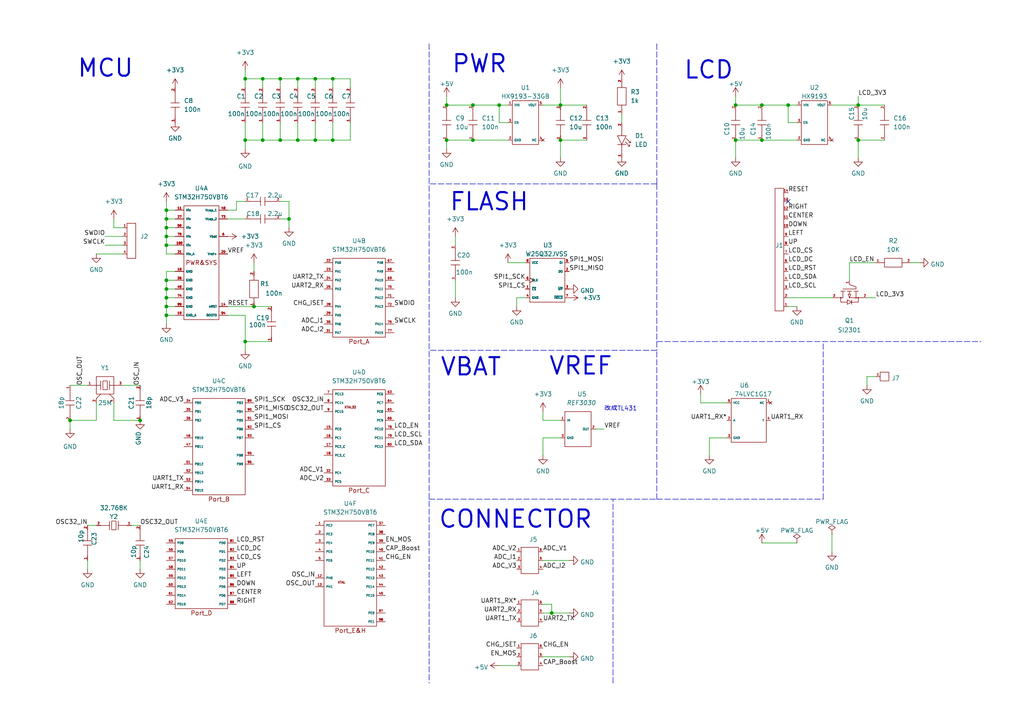
<source format=kicad_sch>
(kicad_sch (version 20211123) (generator eeschema)
  (paper "A4")
  (junction (at 248.92 30.48))
  (junction (at 40.64 121.92))
  (junction (at 213.36 40.64))
  (junction (at 71.12 40.64))
  (junction (at 76.2 22.86))
  (junction (at 162.56 30.48))
  (junction (at 220.98 30.48))
  (junction (at 48.26 68.58))
  (junction (at 73.66 88.9))
  (junction (at 83.82 63.5))
  (junction (at 48.26 66.04))
  (junction (at 96.52 22.86))
  (junction (at 144.78 30.48))
  (junction (at 137.16 30.48))
  (junction (at 20.32 121.92))
  (junction (at 91.44 40.64))
  (junction (at 91.44 22.86))
  (junction (at 76.2 40.64))
  (junction (at 213.36 30.48))
  (junction (at 86.36 22.86))
  (junction (at 71.12 22.86))
  (junction (at 48.26 83.82))
  (junction (at 48.26 71.12))
  (junction (at 248.92 40.64))
  (junction (at 129.54 30.48))
  (junction (at 48.26 91.44))
  (junction (at 81.28 22.86))
  (junction (at 162.56 40.64))
  (junction (at 48.26 60.96))
  (junction (at 48.26 86.36))
  (junction (at 48.26 63.5))
  (junction (at 228.6 30.48))
  (junction (at 96.52 40.64))
  (junction (at 48.26 81.28))
  (junction (at 48.26 88.9))
  (junction (at 129.54 40.64))
  (junction (at 160.02 177.8))
  (junction (at 71.12 99.06))
  (junction (at 220.98 40.64))
  (junction (at 137.16 40.64))
  (junction (at 81.28 40.64))
  (junction (at 86.36 40.64))
  (no_connect (at 228.6 58.42))
  (wire (pts (xy 231.14 157.48) (xy 220.98 157.48)))
  (wire (pts (xy 66.04 60.96) (xy 68.58 60.96)))
  (wire (pts (xy 27.94 116.84) (xy 27.94 121.92)))
  (wire (pts (xy 132.08 81.28) (xy 132.08 86.36)))
  (wire (pts (xy 68.58 58.42) (xy 71.12 58.42)))
  (wire (pts (xy 20.32 111.76) (xy 25.4 111.76)))
  (wire (pts (xy 129.54 30.48) (xy 137.16 30.48)))
  (wire (pts (xy 162.56 25.4) (xy 162.56 30.48)))
  (wire (pts (xy 30.48 71.12) (xy 35.56 71.12)))
  (wire (pts (xy 81.28 35.56) (xy 81.28 40.64)))
  (wire (pts (xy 241.3 154.94) (xy 241.3 160.02)))
  (wire (pts (xy 71.12 99.06) (xy 71.12 101.6)))
  (wire (pts (xy 76.2 22.86) (xy 76.2 25.4)))
  (wire (pts (xy 30.48 68.58) (xy 35.56 68.58)))
  (wire (pts (xy 91.44 22.86) (xy 91.44 25.4)))
  (wire (pts (xy 228.6 30.48) (xy 231.14 30.48)))
  (wire (pts (xy 48.26 60.96) (xy 48.26 63.5)))
  (wire (pts (xy 48.26 58.42) (xy 48.26 60.96)))
  (wire (pts (xy 129.54 27.94) (xy 129.54 30.48)))
  (wire (pts (xy 86.36 35.56) (xy 86.36 40.64)))
  (wire (pts (xy 27.94 73.66) (xy 35.56 73.66)))
  (wire (pts (xy 220.98 30.48) (xy 228.6 30.48)))
  (wire (pts (xy 50.8 78.74) (xy 48.26 78.74)))
  (wire (pts (xy 38.1 152.4) (xy 40.64 152.4)))
  (wire (pts (xy 149.86 86.36) (xy 149.86 88.9)))
  (wire (pts (xy 48.26 63.5) (xy 48.26 66.04)))
  (polyline (pts (xy 190.5 12.7) (xy 190.5 53.34)))
  (polyline (pts (xy 190.5 53.34) (xy 190.5 101.6)))
  (wire (pts (xy 157.48 162.56) (xy 165.1 162.56)))
  (wire (pts (xy 132.08 68.58) (xy 132.08 71.12)))
  (wire (pts (xy 68.58 60.96) (xy 68.58 58.42)))
  (wire (pts (xy 86.36 40.64) (xy 81.28 40.64)))
  (wire (pts (xy 86.36 22.86) (xy 81.28 22.86)))
  (wire (pts (xy 66.04 91.44) (xy 71.12 91.44)))
  (wire (pts (xy 78.74 88.9) (xy 73.66 88.9)))
  (wire (pts (xy 266.7 76.2) (xy 264.16 76.2)))
  (wire (pts (xy 48.26 86.36) (xy 50.8 86.36)))
  (polyline (pts (xy 284.48 99.06) (xy 284.48 99.06)))
  (wire (pts (xy 48.26 91.44) (xy 48.26 93.98)))
  (wire (pts (xy 144.78 35.56) (xy 144.78 30.48)))
  (wire (pts (xy 48.26 86.36) (xy 48.26 88.9)))
  (wire (pts (xy 48.26 68.58) (xy 48.26 71.12)))
  (wire (pts (xy 81.28 58.42) (xy 83.82 58.42)))
  (wire (pts (xy 231.14 35.56) (xy 228.6 35.56)))
  (wire (pts (xy 96.52 35.56) (xy 96.52 40.64)))
  (wire (pts (xy 25.4 152.4) (xy 27.94 152.4)))
  (wire (pts (xy 86.36 22.86) (xy 86.36 25.4)))
  (wire (pts (xy 129.54 40.64) (xy 129.54 43.18)))
  (polyline (pts (xy 124.46 12.7) (xy 124.46 198.12)))
  (wire (pts (xy 157.48 175.26) (xy 160.02 175.26)))
  (wire (pts (xy 33.02 121.92) (xy 33.02 116.84)))
  (wire (pts (xy 162.56 30.48) (xy 170.18 30.48)))
  (wire (pts (xy 246.38 76.2) (xy 246.38 81.28)))
  (polyline (pts (xy 190.5 53.34) (xy 124.46 53.34)))
  (wire (pts (xy 147.32 76.2) (xy 152.4 76.2)))
  (wire (pts (xy 48.26 78.74) (xy 48.26 81.28)))
  (wire (pts (xy 66.04 88.9) (xy 73.66 88.9)))
  (wire (pts (xy 48.26 88.9) (xy 48.26 91.44)))
  (wire (pts (xy 160.02 175.26) (xy 160.02 177.8)))
  (wire (pts (xy 213.36 40.64) (xy 213.36 45.72)))
  (wire (pts (xy 213.36 30.48) (xy 220.98 30.48)))
  (wire (pts (xy 48.26 91.44) (xy 50.8 91.44)))
  (wire (pts (xy 231.14 88.9) (xy 228.6 88.9)))
  (wire (pts (xy 48.26 71.12) (xy 50.8 71.12)))
  (wire (pts (xy 50.8 81.28) (xy 48.26 81.28)))
  (wire (pts (xy 248.92 27.94) (xy 248.92 30.48)))
  (wire (pts (xy 71.12 20.32) (xy 71.12 22.86)))
  (wire (pts (xy 180.34 33.02) (xy 180.34 35.56)))
  (wire (pts (xy 83.82 58.42) (xy 83.82 63.5)))
  (wire (pts (xy 35.56 66.04) (xy 33.02 66.04)))
  (wire (pts (xy 48.26 66.04) (xy 50.8 66.04)))
  (polyline (pts (xy 190.5 144.78) (xy 238.76 144.78)))
  (wire (pts (xy 157.48 127) (xy 157.48 132.08)))
  (wire (pts (xy 48.26 71.12) (xy 48.26 73.66)))
  (wire (pts (xy 81.28 63.5) (xy 83.82 63.5)))
  (wire (pts (xy 48.26 83.82) (xy 50.8 83.82)))
  (wire (pts (xy 40.64 165.1) (xy 40.64 162.56)))
  (wire (pts (xy 160.02 177.8) (xy 165.1 177.8)))
  (wire (pts (xy 157.48 119.38) (xy 157.48 121.92)))
  (wire (pts (xy 101.6 35.56) (xy 101.6 40.64)))
  (wire (pts (xy 157.48 30.48) (xy 162.56 30.48)))
  (wire (pts (xy 147.32 35.56) (xy 144.78 35.56)))
  (wire (pts (xy 81.28 22.86) (xy 81.28 25.4)))
  (wire (pts (xy 213.36 27.94) (xy 213.36 30.48)))
  (wire (pts (xy 162.56 40.64) (xy 162.56 45.72)))
  (wire (pts (xy 71.12 91.44) (xy 71.12 99.06)))
  (polyline (pts (xy 124.46 144.78) (xy 190.5 144.78)))
  (wire (pts (xy 129.54 40.64) (xy 137.16 40.64)))
  (wire (pts (xy 76.2 22.86) (xy 71.12 22.86)))
  (wire (pts (xy 91.44 40.64) (xy 86.36 40.64)))
  (wire (pts (xy 228.6 35.56) (xy 228.6 30.48)))
  (wire (pts (xy 241.3 30.48) (xy 248.92 30.48)))
  (wire (pts (xy 91.44 22.86) (xy 86.36 22.86)))
  (wire (pts (xy 144.78 30.48) (xy 147.32 30.48)))
  (wire (pts (xy 251.46 109.22) (xy 254 109.22)))
  (wire (pts (xy 96.52 22.86) (xy 91.44 22.86)))
  (wire (pts (xy 48.26 66.04) (xy 48.26 68.58)))
  (wire (pts (xy 33.02 66.04) (xy 33.02 63.5)))
  (wire (pts (xy 248.92 40.64) (xy 248.92 45.72)))
  (wire (pts (xy 81.28 40.64) (xy 76.2 40.64)))
  (wire (pts (xy 205.74 127) (xy 205.74 132.08)))
  (wire (pts (xy 71.12 35.56) (xy 71.12 40.64)))
  (wire (pts (xy 205.74 127) (xy 210.82 127)))
  (wire (pts (xy 157.48 121.92) (xy 162.56 121.92)))
  (wire (pts (xy 50.8 68.58) (xy 48.26 68.58)))
  (wire (pts (xy 101.6 40.64) (xy 96.52 40.64)))
  (wire (pts (xy 96.52 40.64) (xy 91.44 40.64)))
  (wire (pts (xy 162.56 40.64) (xy 170.18 40.64)))
  (polyline (pts (xy 190.5 99.06) (xy 284.48 99.06)))
  (wire (pts (xy 91.44 35.56) (xy 91.44 40.64)))
  (wire (pts (xy 157.48 190.5) (xy 165.1 190.5)))
  (wire (pts (xy 137.16 30.48) (xy 144.78 30.48)))
  (polyline (pts (xy 177.8 144.78) (xy 177.8 144.78)))
  (wire (pts (xy 248.92 40.64) (xy 256.54 40.64)))
  (wire (pts (xy 48.26 88.9) (xy 50.8 88.9)))
  (wire (pts (xy 40.64 121.92) (xy 33.02 121.92)))
  (wire (pts (xy 25.4 162.56) (xy 25.4 165.1)))
  (wire (pts (xy 81.28 22.86) (xy 76.2 22.86)))
  (wire (pts (xy 48.26 81.28) (xy 48.26 83.82)))
  (polyline (pts (xy 177.8 198.12) (xy 177.8 144.78)))
  (wire (pts (xy 157.48 127) (xy 162.56 127)))
  (wire (pts (xy 248.92 30.48) (xy 256.54 30.48)))
  (wire (pts (xy 48.26 60.96) (xy 50.8 60.96)))
  (wire (pts (xy 251.46 86.36) (xy 254 86.36)))
  (wire (pts (xy 101.6 22.86) (xy 96.52 22.86)))
  (wire (pts (xy 144.78 193.04) (xy 149.86 193.04)))
  (wire (pts (xy 50.8 73.66) (xy 48.26 73.66)))
  (wire (pts (xy 157.48 177.8) (xy 160.02 177.8)))
  (wire (pts (xy 251.46 111.76) (xy 251.46 109.22)))
  (wire (pts (xy 101.6 25.4) (xy 101.6 22.86)))
  (wire (pts (xy 48.26 83.82) (xy 48.26 86.36)))
  (wire (pts (xy 71.12 99.06) (xy 78.74 99.06)))
  (wire (pts (xy 213.36 40.64) (xy 220.98 40.64)))
  (polyline (pts (xy 238.76 144.78) (xy 238.76 99.06)))
  (wire (pts (xy 27.94 121.92) (xy 20.32 121.92)))
  (wire (pts (xy 48.26 63.5) (xy 50.8 63.5)))
  (wire (pts (xy 220.98 40.64) (xy 231.14 40.64)))
  (wire (pts (xy 71.12 40.64) (xy 71.12 43.18)))
  (wire (pts (xy 83.82 63.5) (xy 83.82 66.04)))
  (wire (pts (xy 172.72 124.46) (xy 175.26 124.46)))
  (wire (pts (xy 76.2 40.64) (xy 71.12 40.64)))
  (polyline (pts (xy 190.5 101.6) (xy 124.46 101.6)))
  (wire (pts (xy 20.32 124.46) (xy 20.32 121.92)))
  (wire (pts (xy 228.6 86.36) (xy 241.3 86.36)))
  (polyline (pts (xy 190.5 144.78) (xy 190.5 101.6)))
  (wire (pts (xy 66.04 63.5) (xy 71.12 63.5)))
  (wire (pts (xy 246.38 76.2) (xy 254 76.2)))
  (wire (pts (xy 40.64 111.76) (xy 35.56 111.76)))
  (wire (pts (xy 137.16 40.64) (xy 147.32 40.64)))
  (wire (pts (xy 203.2 116.84) (xy 210.82 116.84)))
  (wire (pts (xy 152.4 86.36) (xy 149.86 86.36)))
  (wire (pts (xy 73.66 76.2) (xy 73.66 78.74)))
  (wire (pts (xy 96.52 22.86) (xy 96.52 25.4)))
  (wire (pts (xy 71.12 22.86) (xy 71.12 25.4)))
  (wire (pts (xy 76.2 35.56) (xy 76.2 40.64)))
  (wire (pts (xy 203.2 114.3) (xy 203.2 116.84)))
  (text "CONNECTOR" (at 127 153.67 0) (effects (font (size 5 5) (thickness 0.6) bold) (justify left bottom)))
  (text "VBAT" (at 127.508 109.474 0) (effects (font (size 5 5) (thickness 0.6) bold) (justify left bottom)))
  (text "改成TL431\n" (at 175.26 119.38 0) (effects (font (size 1.27 1.27)) (justify left bottom)))
  (text "PWR" (at 130.81 21.59 0) (effects (font (size 5 5) (thickness 0.6) bold) (justify left bottom)))
  (text "FLASH" (at 130.175 61.595 0) (effects (font (size 5 5) (thickness 0.6) bold) (justify left bottom)))
  (text "VREF" (at 159.004 109.22 0) (effects (font (size 5 5) (thickness 0.6) bold) (justify left bottom)))
  (text "LCD" (at 198.12 23.368 0) (effects (font (size 5 5) (thickness 0.6) bold) (justify left bottom)))
  (text "MCU" (at 22.225 22.86 0) (effects (font (size 5 5) (thickness 0.6) bold) (justify left bottom)))
  (label "LCD_EN" (at 246.38 76.2 0))
  (label "UART1_RX*" (at 210.82 121.92 180))
  (label "UP" (at 228.6 71.12 0))
  (label "UART2_RX" (at 149.86 177.8 180))
  (label "CHG_EN" (at 157.48 187.96 0))
  (label "CAP_Boost" (at 157.48 193.04 0))
  (label "UART2_RX" (at 93.98 83.82 180))
  (label "RESET" (at 228.6 55.88 0))
  (label "RIGHT" (at 68.58 175.26 0))
  (label "LCD_SCL" (at 114.3 127 0))
  (label "OSC32_IN" (at 93.98 116.84 180))
  (label "OSC_IN" (at 40.64 111.76 90))
  (label "ADC_V2" (at 149.86 160.02 180))
  (label "OSC_IN" (at 91.44 167.64 180))
  (label "SPI1_SCK" (at 73.66 116.84 0))
  (label "OSC32_OUT" (at 40.64 152.4 0))
  (label "DOWN" (at 228.6 66.04 0))
  (label "LCD_DC" (at 68.58 160.02 0))
  (label "UART1_TX" (at 149.86 180.34 180))
  (label "OSC_OUT" (at 91.44 170.18 180))
  (label "ADC_V3" (at 149.86 165.1 180))
  (label "SWDIO" (at 114.3 88.9 0))
  (label "RESET" (at 66.04 88.9 0))
  (label "SPI1_MISO" (at 165.1 78.74 0))
  (label "VREF" (at 66.04 73.66 0))
  (label "LCD_SDA" (at 114.3 129.54 0))
  (label "UART2_TX" (at 157.48 180.34 0))
  (label "LCD_DC" (at 228.6 76.2 0))
  (label "CAP_Boost" (at 111.76 160.02 0))
  (label "CENTER" (at 68.58 172.72 0))
  (label "CHG_ISET" (at 149.86 187.96 180))
  (label "LCD_CS" (at 68.58 162.56 0))
  (label "LCD_SCL" (at 228.6 83.82 0))
  (label "SPI1_SCK" (at 152.4 81.28 180))
  (label "OSC_OUT" (at 24.13 111.76 90))
  (label "UP" (at 68.58 165.1 0))
  (label "CENTER" (at 228.6 63.5 0))
  (label "LCD_RST" (at 228.6 78.74 0))
  (label "VREF" (at 175.26 124.46 0))
  (label "LEFT" (at 228.6 68.58 0))
  (label "SPI1_CS" (at 152.4 83.82 180))
  (label "SPI1_MISO" (at 73.66 119.38 0))
  (label "SPI1_CS" (at 73.66 124.46 0))
  (label "SWDIO" (at 30.48 68.58 180))
  (label "UART2_TX" (at 93.98 81.28 180))
  (label "EN_MOS" (at 111.76 157.48 0))
  (label "RIGHT" (at 228.6 60.96 0))
  (label "OSC32_OUT" (at 93.98 119.38 180))
  (label "OSC32_IN" (at 25.4 152.4 180))
  (label "LCD_SDA" (at 228.6 81.28 0))
  (label "SWCLK" (at 114.3 93.98 0))
  (label "ADC_I1" (at 149.86 162.56 180))
  (label "CHG_EN" (at 111.76 162.56 0))
  (label "SWCLK" (at 30.48 71.12 180))
  (label "CHG_ISET" (at 93.98 88.9 180))
  (label "LEFT" (at 68.58 167.64 0))
  (label "SPI1_MOSI" (at 165.1 76.2 0))
  (label "EN_MOS" (at 149.86 190.5 180))
  (label "LCD_EN" (at 114.3 124.46 0))
  (label "ADC_V1" (at 157.48 160.02 0))
  (label "LCD_RST" (at 68.58 157.48 0))
  (label "UART1_RX" (at 223.52 121.92 0))
  (label "ADC_V2" (at 93.98 139.7 180))
  (label "LCD_3V3" (at 254 86.36 0))
  (label "ADC_V3" (at 53.34 116.84 180))
  (label "DOWN" (at 68.58 170.18 0))
  (label "ADC_I1" (at 93.98 93.98 180))
  (label "UART1_RX" (at 53.34 142.24 180))
  (label "SPI1_MOSI" (at 73.66 121.92 0))
  (label "ADC_I2" (at 93.98 96.52 180))
  (label "LCD_CS" (at 228.6 73.66 0))
  (label "UART1_TX" (at 53.34 139.7 180))
  (label "ADC_I2" (at 157.48 165.1 0))
  (label "LCD_3V3" (at 248.92 27.94 0))
  (label "UART1_RX*" (at 149.86 175.26 180))
  (label "ADC_V1" (at 93.98 137.16 180))
  (symbol (lib_id "Link_W2B_connector:Conn_02x03") (at 153.67 162.56 0) (unit 1)
    (property "Reference" "J5" (at 154.686 156.464 0))
    (property "Value" "Conn_02x03_Counter_Clockwise" (effects hide))
    (property "Footprint" "CONNECTOR_PINHEADER_SMD:PINHEADER_02x03_1.27mm" (effects hide))
  )
  (symbol (lib_id "Basic_passive_components:Capacitor") (at 101.6 30.48 90) (unit 1)
    (property "Reference" "C7" (at 99.06 27.94 90) (effects (justify right)))
    (property "Value" "100n" (at 96.52 33.02 90) (effects (justify right)))
    (property "Footprint" "GENERAL_RCL_SMD:C0603(1608M)" (effects hide))
  )
  (symbol (lib_id "power:GND") (at 40.64 165.1 0) (unit 1)
    (property "Reference" "#PWR0112" (effects hide))
    (property "Value" "GND" (at 40.64 169.6625 0))
  )
  (symbol (lib_id "power:GND") (at 40.64 121.92 0) (unit 1)
    (property "Reference" "#PWR0111" (effects hide))
    (property "Value" "GND" (at 40.161 125.095 90) (effects (justify right)))
  )
  (symbol (lib_id "power:GND") (at 132.08 86.36 0) (unit 1)
    (property "Reference" "#PWR0129" (effects hide))
    (property "Value" "GND" (at 132.08 90.9225 0))
  )
  (symbol (lib_id "Basic_passive_components:Resistor") (at 73.66 83.82 90) (unit 1)
    (property "Reference" "R1" (at 75.438 82.296 90) (effects (justify right)))
    (property "Value" "100n" (at 76.962 85.0899 90) (effects (justify right)))
    (property "Footprint" "GENERAL_RCL_SMD:R0603(1608M)" (effects hide))
  )
  (symbol (lib_id "power:GND") (at 50.8 35.56 0) (unit 1)
    (property "Reference" "#PWR0107" (effects hide))
    (property "Value" "GND" (at 50.8 40.1225 0))
  )
  (symbol (lib_id "power:+3V3") (at 48.26 58.42 0) (unit 1)
    (property "Reference" "#PWR0127" (effects hide))
    (property "Value" "+3V3" (at 48.26 53.34 0))
  )
  (symbol (lib_id "Basic_passive_components:Capacitor") (at 137.16 35.56 90) (unit 1)
    (property "Reference" "C11" (at 139.7 34.2899 90) (effects (justify right)))
    (property "Value" "100n" (at 139.7 36.8299 90) (effects (justify right)))
    (property "Footprint" "GENERAL_RCL_SMD:C0603(1608M)" (effects hide))
  )
  (symbol (lib_id "Basic_passive_components:Capacitor") (at 50.8 30.48 90) (unit 1)
    (property "Reference" "C8" (at 53.34 29.2099 90) (effects (justify right)))
    (property "Value" "100n" (at 53.34 31.7499 90) (effects (justify right)))
    (property "Footprint" "GENERAL_RCL_SMD:C0603(1608M)" (effects hide))
  )
  (symbol (lib_id "power:+5V") (at 129.54 27.94 0) (unit 1)
    (property "Reference" "#PWR0101" (effects hide))
    (property "Value" "+5V" (at 129.54 24.3355 0))
  )
  (symbol (lib_id "Basic_passive_components:Capacitor") (at 78.74 93.98 90) (unit 1)
    (property "Reference" "C19" (at 76.2 92.202 90))
    (property "Value" " 100n" (at 74.676 94.234 90))
    (property "Footprint" "GENERAL_RCL_SMD:C0603(1608M)" (effects hide))
  )
  (symbol (lib_id "power:+3V3") (at 66.04 68.58 270) (unit 1)
    (property "Reference" "#PWR0141" (effects hide))
    (property "Value" "+3V3" (at 69.85 68.5799 90) (effects (justify left)))
  )
  (symbol (lib_id "power:+3V3") (at 157.48 119.38 0) (unit 1)
    (property "Reference" "#PWR0106" (effects hide))
    (property "Value" "+3V3" (at 157.48 114.3 0))
  )
  (symbol (lib_id "Basic_passive_components:Capacitor") (at 91.44 30.48 90) (unit 1)
    (property "Reference" "C5" (at 88.9 27.94 90) (effects (justify right)))
    (property "Value" "100n" (at 86.36 33.02 90) (effects (justify right)))
    (property "Footprint" "GENERAL_RCL_SMD:C0603(1608M)" (effects hide))
  )
  (symbol (lib_id "power:GND") (at 27.94 73.66 0) (unit 1)
    (property "Reference" "#PWR0109" (effects hide))
    (property "Value" "GND" (at 27.94 78.2225 0))
  )
  (symbol (lib_id "Link_W2B_connector:Conn_02x03") (at 153.67 190.5 0) (unit 1)
    (property "Reference" "J6" (at 154.686 184.404 0))
    (property "Value" "Conn_02x03_Counter_Clockwise" (effects hide))
    (property "Footprint" "CONNECTOR_PINHEADER_SMD:PINHEADER_02x03_1.27mm" (effects hide))
  )
  (symbol (lib_id "integrated-circuit_logic:74LVC1G17") (at 217.17 121.92 0) (unit 1)
    (property "Reference" "U6" (at 215.9 111.76 0))
    (property "Value" "74LVC1G17" (at 218.44 114.3 0))
    (property "Footprint" "GENERAL_SMALL-SEMI_SMD:SOT-353" (effects hide))
    (property "Datasheet" "http://www.ti.com/lit/sg/scyt129e/scyt129e.pdf" (effects hide))
  )
  (symbol (lib_id "Basic_crystal_and_oscillator:Xtal-4") (at 30.48 111.76 0) (unit 1)
    (property "Reference" "Y1" (at 30.48 106.68 0))
    (property "Value" "25M" (at 30.48 116.84 0))
    (property "Footprint" "GENERAL_XTAL_OSC_SMD:SMD-3225_4" (effects hide))
  )
  (symbol (lib_name "STM32H750VBT6_1") (lib_id "Integrated-circuit_micro-controller:STM32H750VBT6") (at 63.5 129.54 0) (unit 3)
    (property "Reference" "U4" (at 63.5 110.49 0))
    (property "Value" "STM32H750VBT6" (at 63.5 113.03 0))
    (property "Footprint" "GENERAL_LARGE-SEMI_SMD:QFP-1414_100" (effects hide))
  )
  (symbol (lib_id "Link_W2B_connector:Conn_01x01") (at 256.54 109.22 0) (unit 1)
    (property "Reference" "J7" (at 258.572 109.699 0) (effects (justify left)))
    (property "Value" "Screw_Terminal_01x01" (effects hide))
    (property "Footprint" "MyLib:TestPoint" (effects hide))
  )
  (symbol (lib_id "Basic_passive_components:Capacitor") (at 129.54 35.56 90) (unit 1)
    (property "Reference" "C9" (at 132.08 34.2899 90) (effects (justify right)))
    (property "Value" "10u" (at 132.08 36.8299 90) (effects (justify right)))
    (property "Footprint" "GENERAL_RCL_SMD:C0603(1608M)" (effects hide))
  )
  (symbol (lib_id "Integrated-circuit_micro-controller:STM32H750VBT6") (at 104.14 83.82 0) (unit 2)
    (property "Reference" "U4" (at 104.14 69.85 0))
    (property "Value" "STM32H750VBT6" (at 104.14 72.39 0))
    (property "Footprint" "GENERAL_LARGE-SEMI_SMD:QFP-1414_100" (effects hide))
  )
  (symbol (lib_id "Basic_passive_components:Resistor") (at 259.08 76.2 0) (unit 1)
    (property "Reference" "R2" (at 259.08 69.85 0))
    (property "Value" "10K" (at 259.08 72.39 0))
    (property "Footprint" "GENERAL_RCL_SMD:R0603(1608M)" (effects hide))
  )
  (symbol (lib_id "power:GND") (at 20.32 124.46 0) (unit 1)
    (property "Reference" "#PWR0110" (effects hide))
    (property "Value" "GND" (at 20.32 129.54 0))
  )
  (symbol (lib_id "power:GND") (at 213.36 45.72 0) (unit 1)
    (property "Reference" "#PWR0120" (effects hide))
    (property "Value" "GND" (at 213.36 50.2825 0))
  )
  (symbol (lib_id "power:PWR_FLAG") (at 231.14 157.48 0) (unit 1)
    (property "Reference" "#FLG0101" (effects hide))
    (property "Value" "PWR_FLAG" (at 231.14 153.8755 0))
  )
  (symbol (lib_id "Power_LDO:HX9193-33GB") (at 236.22 35.56 0) (unit 1)
    (property "Reference" "U2" (at 236.22 25.4 0))
    (property "Value" "HX9193" (at 236.22 27.94 0))
    (property "Footprint" "GENERAL_SMALL-SEMI_SMD:SOT-23-5" (effects hide))
    (property "Datasheet" "https://item.szlcsc.com/280543.html" (effects hide))
  )
  (symbol (lib_id "Basic_passive_components:Capacitor") (at 220.98 35.56 270) (mirror x) (unit 1)
    (property "Reference" "C14" (at 218.44 39.37 0) (effects (justify left)))
    (property "Value" "100n" (at 222.885 40.64 0) (effects (justify left)))
    (property "Footprint" "GENERAL_RCL_SMD:C0603(1608M)" (effects hide))
  )
  (symbol (lib_id "power:+3V3") (at 180.34 22.86 0) (unit 1)
    (property "Reference" "#PWR0102" (effects hide))
    (property "Value" "+3V3" (at 180.34 17.78 0))
  )
  (symbol (lib_id "power:GND") (at 165.1 190.5 90) (unit 1)
    (property "Reference" "#PWR0134" (effects hide))
    (property "Value" "GND" (at 168.275 190.979 90) (effects (justify right)))
  )
  (symbol (lib_id "power:+5V") (at 213.36 27.94 0) (unit 1)
    (property "Reference" "#PWR0121" (effects hide))
    (property "Value" "+5V" (at 213.36 24.3355 0))
  )
  (symbol (lib_id "power:GND") (at 241.3 160.02 0) (unit 1)
    (property "Reference" "#PWR06" (effects hide))
    (property "Value" "GND" (at 241.3 164.5825 0))
  )
  (symbol (lib_id "power:GND") (at 129.54 43.18 0) (unit 1)
    (property "Reference" "#PWR0104" (effects hide))
    (property "Value" "GND" (at 129.54 47.7425 0))
  )
  (symbol (lib_id "power:GND") (at 83.82 66.04 0) (unit 1)
    (property "Reference" "#PWR0114" (effects hide))
    (property "Value" "GND" (at 83.82 70.6025 0))
  )
  (symbol (lib_id "power:GND") (at 165.1 177.8 90) (unit 1)
    (property "Reference" "#PWR0135" (effects hide))
    (property "Value" "GND" (at 168.275 178.279 90) (effects (justify right)))
  )
  (symbol (lib_id "Basic_passive_components:Capacitor") (at 162.56 35.56 90) (unit 1)
    (property "Reference" "C12" (at 165.1 34.2899 90) (effects (justify right)))
    (property "Value" "10u" (at 165.1 36.8299 90) (effects (justify right)))
    (property "Footprint" "GENERAL_RCL_SMD:C0603(1608M)" (effects hide))
  )
  (symbol (lib_id "Link_W2B_connector:Conn_01x04") (at 38.1 68.58 0) (unit 1)
    (property "Reference" "J2" (at 40.64 68.5799 0) (effects (justify left)))
    (property "Value" " " (at 40.64 71.1199 0) (effects (justify left)))
    (property "Footprint" "CONNECTOR_GH_SMD:GH1.25_H_4" (effects hide))
  )
  (symbol (lib_id "Integrated-circuit_micro-controller:STM32H750VBT6") (at 104.14 127 0) (unit 4)
    (property "Reference" "U4" (at 104.14 107.95 0))
    (property "Value" "STM32H750VBT6" (at 104.14 110.49 0))
    (property "Footprint" "GENERAL_LARGE-SEMI_SMD:QFP-1414_100" (effects hide))
  )
  (symbol (lib_id "Basic_passive_components:Capacitor") (at 248.92 35.56 270) (mirror x) (unit 1)
    (property "Reference" "C15" (at 247.015 34.925 0) (effects (justify left)))
    (property "Value" "10u" (at 250.825 34.925 0) (effects (justify left)))
    (property "Footprint" "GENERAL_RCL_SMD:C0603(1608M)" (effects hide))
  )
  (symbol (lib_id "power:+3V3") (at 132.08 68.58 0) (unit 1)
    (property "Reference" "#PWR0124" (effects hide))
    (property "Value" "+3V3" (at 132.08 63.5 0))
  )
  (symbol (lib_id "Integrated-circuit_sensor:REF3030") (at 167.64 124.46 0) (unit 1)
    (property "Reference" "U5" (at 170.18 114.3 0) (effects (justify right)))
    (property "Value" "REF3030" (at 172.72 116.84 0) (effects (font italic) (justify right)))
    (property "Footprint" "GENERAL_SMALL-SEMI_SMD:SOT-23" (effects hide))
    (property "Datasheet" "http://www.ti.com/lit/ds/symlink/ref3033.pdf" (effects hide))
  )
  (symbol (lib_id "power:+5V") (at 144.78 193.04 90) (unit 1)
    (property "Reference" "#PWR0133" (effects hide))
    (property "Value" "+5V" (at 141.6051 193.519 90) (effects (justify left)))
  )
  (symbol (lib_id "power:GND") (at 205.74 132.08 0) (unit 1)
    (property "Reference" "#PWR04" (effects hide))
    (property "Value" "GND" (at 205.74 136.6425 0))
  )
  (symbol (lib_id "Integrated-circuit_micro-controller:STM32H750VBT6") (at 101.6 167.64 0) (unit 6)
    (property "Reference" "U4" (at 101.6 146.05 0))
    (property "Value" "STM32H750VBT6" (at 101.6 148.59 0))
    (property "Footprint" "GENERAL_LARGE-SEMI_SMD:QFP-1414_100" (effects hide))
  )
  (symbol (lib_id "Basic_passive_components:Capacitor") (at 40.64 157.48 90) (unit 1)
    (property "Reference" "C24" (at 42.545 158.115 0) (effects (justify right)))
    (property "Value" "10p" (at 38.735 158.115 0) (effects (justify right)))
    (property "Footprint" "GENERAL_RCL_SMD:C0603(1608M)" (effects hide))
  )
  (symbol (lib_id "Basic_passive_components:Capacitor") (at 76.2 58.42 0) (unit 1)
    (property "Reference" "C17" (at 73.152 56.642 0))
    (property "Value" "2.2u" (at 79.756 56.642 0))
    (property "Footprint" "GENERAL_RCL_SMD:C0603(1608M)" (effects hide))
  )
  (symbol (lib_id "power:+3V3") (at 73.66 76.2 0) (unit 1)
    (property "Reference" "#PWR0136" (effects hide))
    (property "Value" "+3V3" (at 73.66 71.12 0))
  )
  (symbol (lib_id "power:+3V3") (at 162.56 25.4 0) (unit 1)
    (property "Reference" "#PWR0105" (effects hide))
    (property "Value" "+3V3" (at 162.56 20.32 0))
  )
  (symbol (lib_id "Integrated-circuit_micro-controller:STM32H750VBT6") (at 58.42 162.56 0) (unit 5)
    (property "Reference" "U4" (at 58.42 151.13 0))
    (property "Value" "STM32H750VBT6" (at 58.42 153.67 0))
    (property "Footprint" "GENERAL_LARGE-SEMI_SMD:QFP-1414_100" (effects hide))
  )
  (symbol (lib_id "power:GND") (at 180.34 45.72 0) (unit 1)
    (property "Reference" "#PWR0142" (effects hide))
    (property "Value" "GND" (at 180.34 50.2825 0))
  )
  (symbol (lib_id "Basic_passive_components:Capacitor") (at 71.12 30.48 90) (unit 1)
    (property "Reference" "C1" (at 68.58 27.94 90) (effects (justify right)))
    (property "Value" "100n" (at 66.04 33.02 90) (effects (justify right)))
    (property "Footprint" "GENERAL_RCL_SMD:C0603(1608M)" (effects hide))
  )
  (symbol (lib_id "Integrated-circuit_storage:W25Q32JVSS") (at 160.02 73.66 0) (unit 1)
    (property "Reference" "U3" (at 157.48 71.12 0) (effects (justify left)))
    (property "Value" "W25Q32JVSS" (at 152.4 73.66 0) (effects (justify left)))
    (property "Footprint" "GENERAL_MIDDLE-SEMI_SMD:SOIC-5252_8" (effects hide))
    (property "Datasheet" "http://www.winbond.com/resource-files/w25q32jv%20revg%2003272018%20plus.pdf" (effects hide))
  )
  (symbol (lib_id "Basic_passive_components:Capacitor") (at 20.32 116.84 90) (mirror x) (unit 1)
    (property "Reference" "C22" (at 22.86 116.84 0))
    (property "Value" "18p" (at 17.78 116.84 0))
    (property "Footprint" "GENERAL_RCL_SMD:C0603(1608M)" (effects hide))
  )
  (symbol (lib_id "Basic_passive_components:Capacitor") (at 40.64 116.84 270) (mirror x) (unit 1)
    (property "Reference" "C21" (at 38.1 116.84 0))
    (property "Value" "18p" (at 43.18 116.84 0))
    (property "Footprint" "GENERAL_RCL_SMD:C0603(1608M)" (effects hide))
  )
  (symbol (lib_id "power:GND") (at 25.4 165.1 0) (unit 1)
    (property "Reference" "#PWR0113" (effects hide))
    (property "Value" "GND" (at 25.4 169.6625 0))
  )
  (symbol (lib_id "Basic_passive_components:Capacitor") (at 76.2 30.48 90) (unit 1)
    (property "Reference" "C2" (at 73.66 27.94 90) (effects (justify right)))
    (property "Value" "100n" (at 71.12 33.02 90) (effects (justify right)))
    (property "Footprint" "GENERAL_RCL_SMD:C0603(1608M)" (effects hide))
  )
  (symbol (lib_id "Basic_semiconductor:Diode_LED") (at 180.34 40.64 90) (unit 1)
    (property "Reference" "D1" (at 184.15 39.3699 90) (effects (justify right)))
    (property "Value" "LED" (at 184.15 41.9099 90) (effects (justify right)))
    (property "Footprint" "GENERAL_2-PIN_PLASTIC_SMD:LED0603(1608M)" (effects hide))
  )
  (symbol (lib_id "power:GND") (at 71.12 101.6 0) (unit 1)
    (property "Reference" "#PWR0117" (effects hide))
    (property "Value" "GND" (at 71.12 106.1625 0))
  )
  (symbol (lib_id "Basic_semiconductor:MOSFET_P-ch") (at 246.38 86.36 90) (mirror x) (unit 1)
    (property "Reference" "Q1" (at 246.38 92.9545 90))
    (property "Value" "SI2301" (at 246.38 95.7296 90))
    (property "Footprint" "GENERAL_SMALL-SEMI_SMD:SOT-23" (effects hide))
  )
  (symbol (lib_id "power:+3V3") (at 203.2 114.3 0) (unit 1)
    (property "Reference" "#PWR03" (effects hide))
    (property "Value" "+3V3" (at 203.2 110.6955 0))
  )
  (symbol (lib_id "power:PWR_FLAG") (at 241.3 154.94 0) (unit 1)
    (property "Reference" "#FLG01" (effects hide))
    (property "Value" "PWR_FLAG" (at 241.3 151.3355 0))
  )
  (symbol (lib_id "Link_W2B_connector:Conn_02x03") (at 153.67 177.8 0) (unit 1)
    (property "Reference" "J4" (at 155.194 171.958 0))
    (property "Value" "Conn_02x03_Counter_Clockwise" (effects hide))
    (property "Footprint" "CONNECTOR_PINHEADER_SMD:PINHEADER_02x03_1.27mm" (effects hide))
  )
  (symbol (lib_id "power:+3V3") (at 33.02 63.5 0) (unit 1)
    (property "Reference" "#PWR0125" (effects hide))
    (property "Value" "+3V3" (at 33.02 58.42 0))
  )
  (symbol (lib_id "power:+3V3") (at 50.8 25.4 0) (unit 1)
    (property "Reference" "#PWR0116" (effects hide))
    (property "Value" "+3V3" (at 50.8 20.32 0))
  )
  (symbol (lib_id "power:GND") (at 157.48 132.08 0) (unit 1)
    (property "Reference" "#PWR0122" (effects hide))
    (property "Value" "GND" (at 157.48 136.6425 0))
  )
  (symbol (lib_id "Basic_passive_components:Capacitor") (at 76.2 63.5 0) (unit 1)
    (property "Reference" "C18" (at 73.406 61.976 0))
    (property "Value" "2.2u" (at 79.756 61.976 0))
    (property "Footprint" "GENERAL_RCL_SMD:C0603(1608M)" (effects hide))
  )
  (symbol (lib_id "Basic_passive_components:Capacitor") (at 132.08 76.2 90) (unit 1)
    (property "Reference" "C20" (at 132.5118 74.041 90) (effects (justify right)))
    (property "Value" "100n" (at 132.1816 78.9686 90) (effects (justify right)))
    (property "Footprint" "GENERAL_RCL_SMD:C0603(1608M)" (effects hide))
  )
  (symbol (lib_id "power:+5V") (at 220.98 157.48 0) (unit 1)
    (property "Reference" "#PWR0139" (effects hide))
    (property "Value" "+5V" (at 220.98 153.8755 0))
  )
  (symbol (lib_id "power:GND") (at 266.7 76.2 90) (unit 1)
    (property "Reference" "#PWR0138" (effects hide))
    (property "Value" "GND" (at 269.875 76.679 90) (effects (justify right)))
  )
  (symbol (lib_id "power:GND") (at 149.86 88.9 0) (unit 1)
    (property "Reference" "#PWR0123" (effects hide))
    (property "Value" "GND" (at 149.86 93.4625 0))
  )
  (symbol (lib_id "Basic_passive_components:Capacitor") (at 170.18 35.56 90) (unit 1)
    (property "Reference" "C13" (at 172.72 34.2899 90) (effects (justify right)))
    (property "Value" "100n" (at 172.72 36.8299 90) (effects (justify right)))
    (property "Footprint" "GENERAL_RCL_SMD:C0603(1608M)" (effects hide))
  )
  (symbol (lib_id "Basic_passive_components:Capacitor") (at 81.28 30.48 90) (unit 1)
    (property "Reference" "C3" (at 78.74 27.94 90) (effects (justify right)))
    (property "Value" "100n" (at 76.2 33.02 90) (effects (justify right)))
    (property "Footprint" "GENERAL_RCL_SMD:C0603(1608M)" (effects hide))
  )
  (symbol (lib_id "Basic_passive_components:Capacitor") (at 96.52 30.48 90) (unit 1)
    (property "Reference" "C6" (at 93.98 27.94 90) (effects (justify right)))
    (property "Value" "100n" (at 91.44 33.02 90) (effects (justify right)))
    (property "Footprint" "GENERAL_RCL_SMD:C0603(1608M)" (effects hide))
  )
  (symbol (lib_id "Link_W2B_connector:Conn_01x14") (at 226.06 91.44 180) (unit 1)
    (property "Reference" "J1" (at 226.06 71.1985 0))
    (property "Value" "Conn_01x14" (effects hide))
    (property "Footprint" "MECHANICAL_EDGE-CONN:FFC_14" (effects hide))
  )
  (symbol (lib_id "Power_LDO:HX9193-33GB") (at 152.4 35.56 0) (unit 1)
    (property "Reference" "U1" (at 152.4 25.4 0))
    (property "Value" "HX9193-33GB" (at 152.4 27.94 0))
    (property "Footprint" "GENERAL_SMALL-SEMI_SMD:SOT-23-5" (effects hide))
  )
  (symbol (lib_id "Basic_crystal_and_oscillator:Xtal-2") (at 33.02 152.4 180) (unit 1)
    (property "Reference" "Y2" (at 33.02 149.86 0))
    (property "Value" "32.768K" (at 33.02 147.32 0))
    (property "Footprint" "GENERAL_XTAL_OSC_SMD:SMD-3215_2" (effects hide))
  )
  (symbol (lib_id "power:GND") (at 162.56 45.72 0) (unit 1)
    (property "Reference" "#PWR0103" (effects hide))
    (property "Value" "GND" (at 162.56 50.2825 0))
  )
  (symbol (lib_id "power:+3V3") (at 165.1 86.36 270) (unit 1)
    (property "Reference" "#PWR0108" (effects hide))
    (property "Value" "+3V3" (at 168.91 86.3599 90) (effects (justify left)))
  )
  (symbol (lib_id "Basic_passive_components:Capacitor") (at 213.36 35.56 270) (mirror x) (unit 1)
    (property "Reference" "C10" (at 210.82 39.37 0) (effects (justify left)))
    (property "Value" "10u" (at 215.265 40.64 0) (effects (justify left)))
    (property "Footprint" "GENERAL_RCL_SMD:C0603(1608M)" (effects hide))
  )
  (symbol (lib_id "power:GND") (at 251.46 111.76 0) (unit 1)
    (property "Reference" "#PWR05" (effects hide))
    (property "Value" "GND" (at 251.46 116.3225 0))
  )
  (symbol (lib_id "power:GND") (at 165.1 162.56 90) (unit 1)
    (property "Reference" "#PWR0132" (effects hide))
    (property "Value" "GND" (at 168.275 163.039 90) (effects (justify right)))
  )
  (symbol (lib_id "power:GND") (at 231.14 88.9 0) (unit 1)
    (property "Reference" "#PWR0137" (effects hide))
    (property "Value" "GND" (at 231.14 93.4625 0))
  )
  (symbol (lib_id "power:GND") (at 48.26 93.98 0) (unit 1)
    (property "Reference" "#PWR0140" (effects hide))
    (property "Value" "GND" (at 48.26 98.5425 0))
  )
  (symbol (lib_id "power:GND") (at 71.12 43.18 0) (unit 1)
    (property "Reference" "#PWR0115" (effects hide))
    (property "Value" "GND" (at 71.12 48.26 0))
  )
  (symbol (lib_id "Basic_passive_components:Resistor") (at 180.34 27.94 90) (unit 1)
    (property "Reference" "R3" (at 182.88 26.6699 90) (effects (justify right)))
    (property "Value" "1k" (at 182.88 29.2099 90) (effects (justify right)))
    (property "Footprint" "GENERAL_RCL_SMD:R0603(1608M)" (effects hide))
  )
  (symbol (lib_id "power:+3V3") (at 147.32 76.2 0) (unit 1)
    (property "Reference" "#PWR0126" (effects hide))
    (property "Value" "+3V3" (at 147.32 71.12 0))
  )
  (symbol (lib_id "Basic_passive_components:Capacitor") (at 256.54 35.56 270) (mirror x) (unit 1)
    (property "Reference" "C16" (at 259.08 34.2899 90) (effects (justify left)))
    (property "Value" "100n" (at 259.08 36.8299 90) (effects (justify left)))
    (property "Footprint" "GENERAL_RCL_SMD:C0603(1608M)" (effects hide))
  )
  (symbol (lib_id "Basic_passive_components:Capacitor") (at 25.4 157.48 90) (unit 1)
    (property "Reference" "C23" (at 27.305 154.305 0) (effects (justify right)))
    (property "Value" "10p" (at 23.495 153.67 0) (effects (justify right)))
    (property "Footprint" "GENERAL_RCL_SMD:C0603(1608M)" (effects hide))
  )
  (symbol (lib_id "Integrated-circuit_micro-controller:STM32H750VBT6") (at 58.42 76.2 0) (unit 1)
    (property "Reference" "U4" (at 58.42 54.61 0))
    (property "Value" "STM32H750VBT6" (at 58.42 57.15 0))
    (property "Footprint" "GENERAL_LARGE-SEMI_SMD:QFP-1414_100" (effects hide))
  )
  (symbol (lib_id "Basic_passive_components:Capacitor") (at 86.36 30.48 90) (unit 1)
    (property "Reference" "C4" (at 83.82 27.94 90) (effects (justify right)))
    (property "Value" "100n" (at 81.28 33.02 90) (effects (justify right)))
    (property "Footprint" "GENERAL_RCL_SMD:C0603(1608M)" (effects hide))
  )
  (symbol (lib_id "power:+3V3") (at 71.12 20.32 0) (unit 1)
    (property "Reference" "#PWR0118" (effects hide))
    (property "Value" "+3V3" (at 71.12 15.24 0))
  )
  (symbol (lib_id "power:GND") (at 165.1 83.82 90) (unit 1)
    (property "Reference" "#PWR0128" (effects hide))
    (property "Value" "GND" (at 168.275 84.299 90) (effects (justify right)))
  )
  (symbol (lib_id "power:GND") (at 248.92 45.72 0) (unit 1)
    (property "Reference" "#PWR0119" (effects hide))
    (property "Value" "GND" (at 248.92 50.2825 0))
  )
)
</source>
